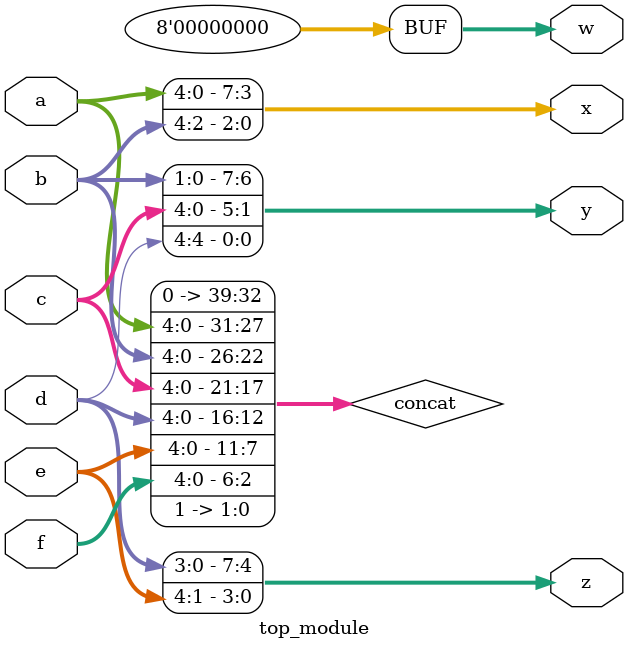
<source format=sv>
module top_module (
    input [4:0] a,
    input [4:0] b,
    input [4:0] c,
    input [4:0] d,
    input [4:0] e,
    input [4:0] f,
    output [7:0] w,
    output [7:0] x,
    output [7:0] y,
    output [7:0] z
);

    wire [39:0] concat;
    
    assign concat = {a, b, c, d, e, f, 2'b11};

    assign w = concat[39:32];
    assign x = concat[31:24];
    assign y = concat[23:16];
    assign z = concat[15:8];

endmodule

</source>
